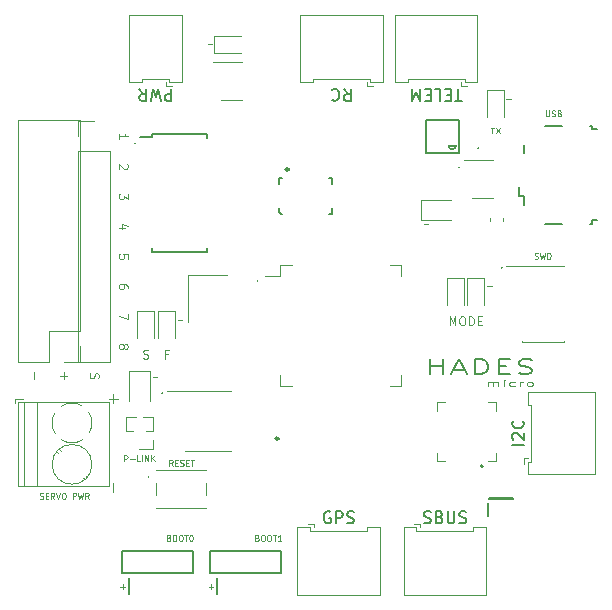
<source format=gbr>
G04 #@! TF.GenerationSoftware,KiCad,Pcbnew,(5.1.5)-3*
G04 #@! TF.CreationDate,2019-12-17T14:01:47+01:00*
G04 #@! TF.ProjectId,HadesMicroJLCPCB,48616465-734d-4696-9372-6f4a4c435043,rev?*
G04 #@! TF.SameCoordinates,Original*
G04 #@! TF.FileFunction,Legend,Top*
G04 #@! TF.FilePolarity,Positive*
%FSLAX46Y46*%
G04 Gerber Fmt 4.6, Leading zero omitted, Abs format (unit mm)*
G04 Created by KiCad (PCBNEW (5.1.5)-3) date 2019-12-17 14:01:47*
%MOMM*%
%LPD*%
G04 APERTURE LIST*
%ADD10C,0.100000*%
%ADD11C,0.093750*%
%ADD12C,0.200000*%
%ADD13C,0.150000*%
%ADD14C,0.120000*%
%ADD15C,0.254000*%
%ADD16C,0.203200*%
G04 APERTURE END LIST*
D10*
X60756847Y-30002990D02*
X61042561Y-30002990D01*
X60899704Y-30502990D02*
X60899704Y-30002990D01*
X61161609Y-30002990D02*
X61494942Y-30502990D01*
X61494942Y-30002990D02*
X61161609Y-30502990D01*
X28773428Y-53339952D02*
X28773428Y-52578047D01*
X29154380Y-52959000D02*
X28392476Y-52959000D01*
X65409047Y-28555190D02*
X65409047Y-28959952D01*
X65432857Y-29007571D01*
X65456666Y-29031380D01*
X65504285Y-29055190D01*
X65599523Y-29055190D01*
X65647142Y-29031380D01*
X65670952Y-29007571D01*
X65694761Y-28959952D01*
X65694761Y-28555190D01*
X65909047Y-29031380D02*
X65980476Y-29055190D01*
X66099523Y-29055190D01*
X66147142Y-29031380D01*
X66170952Y-29007571D01*
X66194761Y-28959952D01*
X66194761Y-28912333D01*
X66170952Y-28864714D01*
X66147142Y-28840904D01*
X66099523Y-28817095D01*
X66004285Y-28793285D01*
X65956666Y-28769476D01*
X65932857Y-28745666D01*
X65909047Y-28698047D01*
X65909047Y-28650428D01*
X65932857Y-28602809D01*
X65956666Y-28579000D01*
X66004285Y-28555190D01*
X66123333Y-28555190D01*
X66194761Y-28579000D01*
X66575714Y-28793285D02*
X66647142Y-28817095D01*
X66670952Y-28840904D01*
X66694761Y-28888523D01*
X66694761Y-28959952D01*
X66670952Y-29007571D01*
X66647142Y-29031380D01*
X66599523Y-29055190D01*
X66409047Y-29055190D01*
X66409047Y-28555190D01*
X66575714Y-28555190D01*
X66623333Y-28579000D01*
X66647142Y-28602809D01*
X66670952Y-28650428D01*
X66670952Y-28698047D01*
X66647142Y-28745666D01*
X66623333Y-28769476D01*
X66575714Y-28793285D01*
X66409047Y-28793285D01*
X22566571Y-61416380D02*
X22638000Y-61440190D01*
X22757047Y-61440190D01*
X22804666Y-61416380D01*
X22828476Y-61392571D01*
X22852285Y-61344952D01*
X22852285Y-61297333D01*
X22828476Y-61249714D01*
X22804666Y-61225904D01*
X22757047Y-61202095D01*
X22661809Y-61178285D01*
X22614190Y-61154476D01*
X22590380Y-61130666D01*
X22566571Y-61083047D01*
X22566571Y-61035428D01*
X22590380Y-60987809D01*
X22614190Y-60964000D01*
X22661809Y-60940190D01*
X22780857Y-60940190D01*
X22852285Y-60964000D01*
X23066571Y-61178285D02*
X23233238Y-61178285D01*
X23304666Y-61440190D02*
X23066571Y-61440190D01*
X23066571Y-60940190D01*
X23304666Y-60940190D01*
X23804666Y-61440190D02*
X23638000Y-61202095D01*
X23518952Y-61440190D02*
X23518952Y-60940190D01*
X23709428Y-60940190D01*
X23757047Y-60964000D01*
X23780857Y-60987809D01*
X23804666Y-61035428D01*
X23804666Y-61106857D01*
X23780857Y-61154476D01*
X23757047Y-61178285D01*
X23709428Y-61202095D01*
X23518952Y-61202095D01*
X23947523Y-60940190D02*
X24114190Y-61440190D01*
X24280857Y-60940190D01*
X24542761Y-60940190D02*
X24638000Y-60940190D01*
X24685619Y-60964000D01*
X24733238Y-61011619D01*
X24757047Y-61106857D01*
X24757047Y-61273523D01*
X24733238Y-61368761D01*
X24685619Y-61416380D01*
X24638000Y-61440190D01*
X24542761Y-61440190D01*
X24495142Y-61416380D01*
X24447523Y-61368761D01*
X24423714Y-61273523D01*
X24423714Y-61106857D01*
X24447523Y-61011619D01*
X24495142Y-60964000D01*
X24542761Y-60940190D01*
X25352285Y-61440190D02*
X25352285Y-60940190D01*
X25542761Y-60940190D01*
X25590380Y-60964000D01*
X25614190Y-60987809D01*
X25638000Y-61035428D01*
X25638000Y-61106857D01*
X25614190Y-61154476D01*
X25590380Y-61178285D01*
X25542761Y-61202095D01*
X25352285Y-61202095D01*
X25804666Y-60940190D02*
X25923714Y-61440190D01*
X26018952Y-61083047D01*
X26114190Y-61440190D01*
X26233238Y-60940190D01*
X26709428Y-61440190D02*
X26542761Y-61202095D01*
X26423714Y-61440190D02*
X26423714Y-60940190D01*
X26614190Y-60940190D01*
X26661809Y-60964000D01*
X26685619Y-60987809D01*
X26709428Y-61035428D01*
X26709428Y-61106857D01*
X26685619Y-61154476D01*
X26661809Y-61178285D01*
X26614190Y-61202095D01*
X26423714Y-61202095D01*
X29714190Y-58265190D02*
X29714190Y-57765190D01*
X29904666Y-57765190D01*
X29952285Y-57789000D01*
X29976095Y-57812809D01*
X29999904Y-57860428D01*
X29999904Y-57931857D01*
X29976095Y-57979476D01*
X29952285Y-58003285D01*
X29904666Y-58027095D01*
X29714190Y-58027095D01*
X30214190Y-58074714D02*
X30595142Y-58074714D01*
X31071333Y-58265190D02*
X30833238Y-58265190D01*
X30833238Y-57765190D01*
X31238000Y-58265190D02*
X31238000Y-57765190D01*
X31476095Y-58265190D02*
X31476095Y-57765190D01*
X31761809Y-58265190D01*
X31761809Y-57765190D01*
X31999904Y-58265190D02*
X31999904Y-57765190D01*
X32285619Y-58265190D02*
X32071333Y-57979476D01*
X32285619Y-57765190D02*
X31999904Y-58050904D01*
X64472428Y-41096380D02*
X64543857Y-41120190D01*
X64662904Y-41120190D01*
X64710523Y-41096380D01*
X64734333Y-41072571D01*
X64758142Y-41024952D01*
X64758142Y-40977333D01*
X64734333Y-40929714D01*
X64710523Y-40905904D01*
X64662904Y-40882095D01*
X64567666Y-40858285D01*
X64520047Y-40834476D01*
X64496238Y-40810666D01*
X64472428Y-40763047D01*
X64472428Y-40715428D01*
X64496238Y-40667809D01*
X64520047Y-40644000D01*
X64567666Y-40620190D01*
X64686714Y-40620190D01*
X64758142Y-40644000D01*
X64924809Y-40620190D02*
X65043857Y-41120190D01*
X65139095Y-40763047D01*
X65234333Y-41120190D01*
X65353380Y-40620190D01*
X65543857Y-41120190D02*
X65543857Y-40620190D01*
X65662904Y-40620190D01*
X65734333Y-40644000D01*
X65781952Y-40691619D01*
X65805761Y-40739238D01*
X65829571Y-40834476D01*
X65829571Y-40905904D01*
X65805761Y-41001142D01*
X65781952Y-41048761D01*
X65734333Y-41096380D01*
X65662904Y-41120190D01*
X65543857Y-41120190D01*
X33817809Y-58646190D02*
X33651142Y-58408095D01*
X33532095Y-58646190D02*
X33532095Y-58146190D01*
X33722571Y-58146190D01*
X33770190Y-58170000D01*
X33794000Y-58193809D01*
X33817809Y-58241428D01*
X33817809Y-58312857D01*
X33794000Y-58360476D01*
X33770190Y-58384285D01*
X33722571Y-58408095D01*
X33532095Y-58408095D01*
X34032095Y-58384285D02*
X34198761Y-58384285D01*
X34270190Y-58646190D02*
X34032095Y-58646190D01*
X34032095Y-58146190D01*
X34270190Y-58146190D01*
X34460666Y-58622380D02*
X34532095Y-58646190D01*
X34651142Y-58646190D01*
X34698761Y-58622380D01*
X34722571Y-58598571D01*
X34746380Y-58550952D01*
X34746380Y-58503333D01*
X34722571Y-58455714D01*
X34698761Y-58431904D01*
X34651142Y-58408095D01*
X34555904Y-58384285D01*
X34508285Y-58360476D01*
X34484476Y-58336666D01*
X34460666Y-58289047D01*
X34460666Y-58241428D01*
X34484476Y-58193809D01*
X34508285Y-58170000D01*
X34555904Y-58146190D01*
X34674952Y-58146190D01*
X34746380Y-58170000D01*
X34960666Y-58384285D02*
X35127333Y-58384285D01*
X35198761Y-58646190D02*
X34960666Y-58646190D01*
X34960666Y-58146190D01*
X35198761Y-58146190D01*
X35341619Y-58146190D02*
X35627333Y-58146190D01*
X35484476Y-58646190D02*
X35484476Y-58146190D01*
X36893523Y-68869714D02*
X37274476Y-68869714D01*
X37084000Y-69060190D02*
X37084000Y-68679238D01*
X29400523Y-68869714D02*
X29781476Y-68869714D01*
X29591000Y-69060190D02*
X29591000Y-68679238D01*
X40993333Y-64734285D02*
X41064761Y-64758095D01*
X41088571Y-64781904D01*
X41112380Y-64829523D01*
X41112380Y-64900952D01*
X41088571Y-64948571D01*
X41064761Y-64972380D01*
X41017142Y-64996190D01*
X40826666Y-64996190D01*
X40826666Y-64496190D01*
X40993333Y-64496190D01*
X41040952Y-64520000D01*
X41064761Y-64543809D01*
X41088571Y-64591428D01*
X41088571Y-64639047D01*
X41064761Y-64686666D01*
X41040952Y-64710476D01*
X40993333Y-64734285D01*
X40826666Y-64734285D01*
X41421904Y-64496190D02*
X41517142Y-64496190D01*
X41564761Y-64520000D01*
X41612380Y-64567619D01*
X41636190Y-64662857D01*
X41636190Y-64829523D01*
X41612380Y-64924761D01*
X41564761Y-64972380D01*
X41517142Y-64996190D01*
X41421904Y-64996190D01*
X41374285Y-64972380D01*
X41326666Y-64924761D01*
X41302857Y-64829523D01*
X41302857Y-64662857D01*
X41326666Y-64567619D01*
X41374285Y-64520000D01*
X41421904Y-64496190D01*
X41945714Y-64496190D02*
X42040952Y-64496190D01*
X42088571Y-64520000D01*
X42136190Y-64567619D01*
X42160000Y-64662857D01*
X42160000Y-64829523D01*
X42136190Y-64924761D01*
X42088571Y-64972380D01*
X42040952Y-64996190D01*
X41945714Y-64996190D01*
X41898095Y-64972380D01*
X41850476Y-64924761D01*
X41826666Y-64829523D01*
X41826666Y-64662857D01*
X41850476Y-64567619D01*
X41898095Y-64520000D01*
X41945714Y-64496190D01*
X42302857Y-64496190D02*
X42588571Y-64496190D01*
X42445714Y-64996190D02*
X42445714Y-64496190D01*
X43017142Y-64996190D02*
X42731428Y-64996190D01*
X42874285Y-64996190D02*
X42874285Y-64496190D01*
X42826666Y-64567619D01*
X42779047Y-64615238D01*
X42731428Y-64639047D01*
X33500333Y-64734285D02*
X33571761Y-64758095D01*
X33595571Y-64781904D01*
X33619380Y-64829523D01*
X33619380Y-64900952D01*
X33595571Y-64948571D01*
X33571761Y-64972380D01*
X33524142Y-64996190D01*
X33333666Y-64996190D01*
X33333666Y-64496190D01*
X33500333Y-64496190D01*
X33547952Y-64520000D01*
X33571761Y-64543809D01*
X33595571Y-64591428D01*
X33595571Y-64639047D01*
X33571761Y-64686666D01*
X33547952Y-64710476D01*
X33500333Y-64734285D01*
X33333666Y-64734285D01*
X33928904Y-64496190D02*
X34024142Y-64496190D01*
X34071761Y-64520000D01*
X34119380Y-64567619D01*
X34143190Y-64662857D01*
X34143190Y-64829523D01*
X34119380Y-64924761D01*
X34071761Y-64972380D01*
X34024142Y-64996190D01*
X33928904Y-64996190D01*
X33881285Y-64972380D01*
X33833666Y-64924761D01*
X33809857Y-64829523D01*
X33809857Y-64662857D01*
X33833666Y-64567619D01*
X33881285Y-64520000D01*
X33928904Y-64496190D01*
X34452714Y-64496190D02*
X34547952Y-64496190D01*
X34595571Y-64520000D01*
X34643190Y-64567619D01*
X34667000Y-64662857D01*
X34667000Y-64829523D01*
X34643190Y-64924761D01*
X34595571Y-64972380D01*
X34547952Y-64996190D01*
X34452714Y-64996190D01*
X34405095Y-64972380D01*
X34357476Y-64924761D01*
X34333666Y-64829523D01*
X34333666Y-64662857D01*
X34357476Y-64567619D01*
X34405095Y-64520000D01*
X34452714Y-64496190D01*
X34809857Y-64496190D02*
X35095571Y-64496190D01*
X34952714Y-64996190D02*
X34952714Y-64496190D01*
X35357476Y-64496190D02*
X35405095Y-64496190D01*
X35452714Y-64520000D01*
X35476523Y-64543809D01*
X35500333Y-64591428D01*
X35524142Y-64686666D01*
X35524142Y-64805714D01*
X35500333Y-64900952D01*
X35476523Y-64948571D01*
X35452714Y-64972380D01*
X35405095Y-64996190D01*
X35357476Y-64996190D01*
X35309857Y-64972380D01*
X35286047Y-64948571D01*
X35262238Y-64900952D01*
X35238428Y-64805714D01*
X35238428Y-64686666D01*
X35262238Y-64591428D01*
X35286047Y-64543809D01*
X35309857Y-64520000D01*
X35357476Y-64496190D01*
D11*
X60550657Y-51889790D02*
X60550657Y-51556457D01*
X60550657Y-51604076D02*
X60598276Y-51580266D01*
X60693514Y-51556457D01*
X60836371Y-51556457D01*
X60931609Y-51580266D01*
X60979228Y-51627885D01*
X60979228Y-51889790D01*
X60979228Y-51627885D02*
X61026847Y-51580266D01*
X61122085Y-51556457D01*
X61264942Y-51556457D01*
X61360180Y-51580266D01*
X61407800Y-51627885D01*
X61407800Y-51889790D01*
X61883990Y-51889790D02*
X61883990Y-51556457D01*
X61883990Y-51389790D02*
X61836371Y-51413600D01*
X61883990Y-51437409D01*
X61931609Y-51413600D01*
X61883990Y-51389790D01*
X61883990Y-51437409D01*
X62788752Y-51865980D02*
X62693514Y-51889790D01*
X62503038Y-51889790D01*
X62407800Y-51865980D01*
X62360180Y-51842171D01*
X62312561Y-51794552D01*
X62312561Y-51651695D01*
X62360180Y-51604076D01*
X62407800Y-51580266D01*
X62503038Y-51556457D01*
X62693514Y-51556457D01*
X62788752Y-51580266D01*
X63217323Y-51889790D02*
X63217323Y-51556457D01*
X63217323Y-51651695D02*
X63264942Y-51604076D01*
X63312561Y-51580266D01*
X63407800Y-51556457D01*
X63503038Y-51556457D01*
X63979228Y-51889790D02*
X63883990Y-51865980D01*
X63836371Y-51842171D01*
X63788752Y-51794552D01*
X63788752Y-51651695D01*
X63836371Y-51604076D01*
X63883990Y-51580266D01*
X63979228Y-51556457D01*
X64122085Y-51556457D01*
X64217323Y-51580266D01*
X64264942Y-51604076D01*
X64312561Y-51651695D01*
X64312561Y-51794552D01*
X64264942Y-51842171D01*
X64217323Y-51865980D01*
X64122085Y-51889790D01*
X63979228Y-51889790D01*
D12*
X55607485Y-50882876D02*
X55607485Y-49632876D01*
X55607485Y-50228114D02*
X56750342Y-50228114D01*
X56750342Y-50882876D02*
X56750342Y-49632876D01*
X57607485Y-50525733D02*
X58559866Y-50525733D01*
X57417009Y-50882876D02*
X58083676Y-49632876D01*
X58750342Y-50882876D01*
X59417009Y-50882876D02*
X59417009Y-49632876D01*
X59893200Y-49632876D01*
X60178914Y-49692400D01*
X60369390Y-49811447D01*
X60464628Y-49930495D01*
X60559866Y-50168590D01*
X60559866Y-50347161D01*
X60464628Y-50585257D01*
X60369390Y-50704304D01*
X60178914Y-50823352D01*
X59893200Y-50882876D01*
X59417009Y-50882876D01*
X61417009Y-50228114D02*
X62083676Y-50228114D01*
X62369390Y-50882876D02*
X61417009Y-50882876D01*
X61417009Y-49632876D01*
X62369390Y-49632876D01*
X63131295Y-50823352D02*
X63417009Y-50882876D01*
X63893200Y-50882876D01*
X64083676Y-50823352D01*
X64178914Y-50763828D01*
X64274152Y-50644780D01*
X64274152Y-50525733D01*
X64178914Y-50406685D01*
X64083676Y-50347161D01*
X63893200Y-50287638D01*
X63512247Y-50228114D01*
X63321771Y-50168590D01*
X63226533Y-50109066D01*
X63131295Y-49990019D01*
X63131295Y-49870971D01*
X63226533Y-49751923D01*
X63321771Y-49692400D01*
X63512247Y-49632876D01*
X63988438Y-49632876D01*
X64274152Y-49692400D01*
D10*
X22044428Y-50742885D02*
X22044428Y-51314314D01*
X24609828Y-50742885D02*
X24609828Y-51314314D01*
X24324114Y-51028600D02*
X24895542Y-51028600D01*
X26849028Y-50814314D02*
X26813314Y-50921457D01*
X26813314Y-51100028D01*
X26849028Y-51171457D01*
X26884742Y-51207171D01*
X26956171Y-51242885D01*
X27027600Y-51242885D01*
X27099028Y-51207171D01*
X27134742Y-51171457D01*
X27170457Y-51100028D01*
X27206171Y-50957171D01*
X27241885Y-50885742D01*
X27277600Y-50850028D01*
X27349028Y-50814314D01*
X27420457Y-50814314D01*
X27491885Y-50850028D01*
X27527600Y-50885742D01*
X27563314Y-50957171D01*
X27563314Y-51135742D01*
X27527600Y-51242885D01*
X28773428Y-60832952D02*
X28773428Y-60071047D01*
X60464723Y-43444314D02*
X60845676Y-43444314D01*
D13*
X58044996Y-33375600D02*
G75*
G03X58044996Y-33375600I-56796J0D01*
G01*
X59721396Y-31724600D02*
G75*
G03X59721396Y-31724600I-56796J0D01*
G01*
X30612996Y-31343600D02*
G75*
G03X30612996Y-31343600I-56796J0D01*
G01*
X61702596Y-41859200D02*
G75*
G03X61702596Y-41859200I-56796J0D01*
G01*
X32949796Y-52451000D02*
G75*
G03X32949796Y-52451000I-56796J0D01*
G01*
X41026996Y-43002200D02*
G75*
G03X41026996Y-43002200I-56796J0D01*
G01*
D10*
X36791923Y-22971914D02*
X37172876Y-22971914D01*
X55079923Y-38186514D02*
X55460876Y-38186514D01*
X62064923Y-27569314D02*
X62445876Y-27569314D01*
X32118323Y-51089714D02*
X32499276Y-51089714D01*
X34251923Y-46263714D02*
X34632876Y-46263714D01*
X30001714Y-45749400D02*
X30001714Y-46249400D01*
X29251714Y-45927971D01*
X30001714Y-43602257D02*
X30001714Y-43459400D01*
X29966000Y-43387971D01*
X29930285Y-43352257D01*
X29823142Y-43280828D01*
X29680285Y-43245114D01*
X29394571Y-43245114D01*
X29323142Y-43280828D01*
X29287428Y-43316542D01*
X29251714Y-43387971D01*
X29251714Y-43530828D01*
X29287428Y-43602257D01*
X29323142Y-43637971D01*
X29394571Y-43673685D01*
X29573142Y-43673685D01*
X29644571Y-43637971D01*
X29680285Y-43602257D01*
X29716000Y-43530828D01*
X29716000Y-43387971D01*
X29680285Y-43316542D01*
X29644571Y-43280828D01*
X29573142Y-43245114D01*
X30001714Y-41097971D02*
X30001714Y-40740828D01*
X29644571Y-40705114D01*
X29680285Y-40740828D01*
X29716000Y-40812257D01*
X29716000Y-40990828D01*
X29680285Y-41062257D01*
X29644571Y-41097971D01*
X29573142Y-41133685D01*
X29394571Y-41133685D01*
X29323142Y-41097971D01*
X29287428Y-41062257D01*
X29251714Y-40990828D01*
X29251714Y-40812257D01*
X29287428Y-40740828D01*
X29323142Y-40705114D01*
X29751714Y-38522257D02*
X29251714Y-38522257D01*
X30037428Y-38343685D02*
X29501714Y-38165114D01*
X29501714Y-38629400D01*
X30001714Y-35589400D02*
X30001714Y-36053685D01*
X29716000Y-35803685D01*
X29716000Y-35910828D01*
X29680285Y-35982257D01*
X29644571Y-36017971D01*
X29573142Y-36053685D01*
X29394571Y-36053685D01*
X29323142Y-36017971D01*
X29287428Y-35982257D01*
X29251714Y-35910828D01*
X29251714Y-35696542D01*
X29287428Y-35625114D01*
X29323142Y-35589400D01*
X29680285Y-48467971D02*
X29716000Y-48396542D01*
X29751714Y-48360828D01*
X29823142Y-48325114D01*
X29858857Y-48325114D01*
X29930285Y-48360828D01*
X29966000Y-48396542D01*
X30001714Y-48467971D01*
X30001714Y-48610828D01*
X29966000Y-48682257D01*
X29930285Y-48717971D01*
X29858857Y-48753685D01*
X29823142Y-48753685D01*
X29751714Y-48717971D01*
X29716000Y-48682257D01*
X29680285Y-48610828D01*
X29680285Y-48467971D01*
X29644571Y-48396542D01*
X29608857Y-48360828D01*
X29537428Y-48325114D01*
X29394571Y-48325114D01*
X29323142Y-48360828D01*
X29287428Y-48396542D01*
X29251714Y-48467971D01*
X29251714Y-48610828D01*
X29287428Y-48682257D01*
X29323142Y-48717971D01*
X29394571Y-48753685D01*
X29537428Y-48753685D01*
X29608857Y-48717971D01*
X29644571Y-48682257D01*
X29680285Y-48610828D01*
X29930285Y-33085114D02*
X29966000Y-33120828D01*
X30001714Y-33192257D01*
X30001714Y-33370828D01*
X29966000Y-33442257D01*
X29930285Y-33477971D01*
X29858857Y-33513685D01*
X29787428Y-33513685D01*
X29680285Y-33477971D01*
X29251714Y-33049400D01*
X29251714Y-33513685D01*
X29251714Y-30973685D02*
X29251714Y-30545114D01*
X29251714Y-30759400D02*
X30001714Y-30759400D01*
X29894571Y-30687971D01*
X29823142Y-30616542D01*
X29787428Y-30545114D01*
X57266057Y-46745085D02*
X57266057Y-45995085D01*
X57516057Y-46530800D01*
X57766057Y-45995085D01*
X57766057Y-46745085D01*
X58266057Y-45995085D02*
X58408914Y-45995085D01*
X58480342Y-46030800D01*
X58551771Y-46102228D01*
X58587485Y-46245085D01*
X58587485Y-46495085D01*
X58551771Y-46637942D01*
X58480342Y-46709371D01*
X58408914Y-46745085D01*
X58266057Y-46745085D01*
X58194628Y-46709371D01*
X58123200Y-46637942D01*
X58087485Y-46495085D01*
X58087485Y-46245085D01*
X58123200Y-46102228D01*
X58194628Y-46030800D01*
X58266057Y-45995085D01*
X58908914Y-46745085D02*
X58908914Y-45995085D01*
X59087485Y-45995085D01*
X59194628Y-46030800D01*
X59266057Y-46102228D01*
X59301771Y-46173657D01*
X59337485Y-46316514D01*
X59337485Y-46423657D01*
X59301771Y-46566514D01*
X59266057Y-46637942D01*
X59194628Y-46709371D01*
X59087485Y-46745085D01*
X58908914Y-46745085D01*
X59658914Y-46352228D02*
X59908914Y-46352228D01*
X60016057Y-46745085D02*
X59658914Y-46745085D01*
X59658914Y-45995085D01*
X60016057Y-45995085D01*
X33406542Y-49171628D02*
X33156542Y-49171628D01*
X33156542Y-49564485D02*
X33156542Y-48814485D01*
X33513685Y-48814485D01*
X31332514Y-49528771D02*
X31439657Y-49564485D01*
X31618228Y-49564485D01*
X31689657Y-49528771D01*
X31725371Y-49493057D01*
X31761085Y-49421628D01*
X31761085Y-49350200D01*
X31725371Y-49278771D01*
X31689657Y-49243057D01*
X31618228Y-49207342D01*
X31475371Y-49171628D01*
X31403942Y-49135914D01*
X31368228Y-49100200D01*
X31332514Y-49028771D01*
X31332514Y-48957342D01*
X31368228Y-48885914D01*
X31403942Y-48850200D01*
X31475371Y-48814485D01*
X31653942Y-48814485D01*
X31761085Y-48850200D01*
D13*
X32092000Y-30585000D02*
X32092000Y-30810000D01*
X36742000Y-30585000D02*
X36742000Y-30910000D01*
X36742000Y-40535000D02*
X36742000Y-40210000D01*
X32092000Y-40535000D02*
X32092000Y-40210000D01*
X32092000Y-30585000D02*
X36742000Y-30585000D01*
X32092000Y-40535000D02*
X36742000Y-40535000D01*
X32092000Y-30810000D02*
X31017000Y-30810000D01*
D10*
X56899400Y-53278400D02*
X56199400Y-53278400D01*
X56199400Y-53278400D02*
X56199400Y-53978400D01*
X56199400Y-57578400D02*
X56199400Y-58278400D01*
X56199400Y-58278400D02*
X56899400Y-58278400D01*
X60499400Y-58278400D02*
X61199400Y-58278400D01*
X61199400Y-58278400D02*
X61199400Y-57578400D01*
X60499400Y-53278400D02*
X61199400Y-53278400D01*
X61199400Y-53278400D02*
X61199400Y-53978400D01*
D12*
X59899400Y-58678400D02*
X59899400Y-58678400D01*
X60099400Y-58678400D02*
X60099400Y-58678400D01*
X60099400Y-58678400D02*
G75*
G02X59899400Y-58678400I-100000J0D01*
G01*
X59899400Y-58678400D02*
G75*
G02X60099400Y-58678400I100000J0D01*
G01*
D14*
X52210800Y-51865400D02*
X53160800Y-51865400D01*
X53160800Y-51865400D02*
X53160800Y-50915400D01*
X43890800Y-51865400D02*
X42940800Y-51865400D01*
X42940800Y-51865400D02*
X42940800Y-50915400D01*
X52210800Y-41645400D02*
X53160800Y-41645400D01*
X53160800Y-41645400D02*
X53160800Y-42595400D01*
X43890800Y-41645400D02*
X42940800Y-41645400D01*
X42940800Y-41645400D02*
X42940800Y-42595400D01*
X42940800Y-42595400D02*
X41600800Y-42595400D01*
X20498400Y-52966400D02*
X20498400Y-53366400D01*
X21138400Y-52966400D02*
X20498400Y-52966400D01*
X24357400Y-57371400D02*
X24229400Y-57242400D01*
X26573400Y-59586400D02*
X26479400Y-59492400D01*
X24117400Y-57541400D02*
X24024400Y-57447400D01*
X26367400Y-59791400D02*
X26239400Y-59662400D01*
X28458400Y-60326400D02*
X20738400Y-60326400D01*
X28458400Y-53206400D02*
X20738400Y-53206400D01*
X20738400Y-53206400D02*
X20738400Y-60326400D01*
X28458400Y-53206400D02*
X28458400Y-60326400D01*
X22298400Y-53206400D02*
X22298400Y-60326400D01*
X21198400Y-53206400D02*
X21198400Y-60326400D01*
X26978400Y-58516400D02*
G75*
G03X26978400Y-58516400I-1680000J0D01*
G01*
X23618301Y-55045074D02*
G75*
G02X23858400Y-54150400I1680099J28674D01*
G01*
X24408506Y-53591042D02*
G75*
G02X26164400Y-53576400I889894J-1425358D01*
G01*
X26723758Y-54126506D02*
G75*
G02X26738400Y-55882400I-1425358J-889894D01*
G01*
X26188593Y-56441905D02*
G75*
G02X24407400Y-56441400I-890193J1425505D01*
G01*
X23873679Y-55906664D02*
G75*
G02X23618400Y-55016400I1424721J890264D01*
G01*
D12*
X30112000Y-69502000D02*
X30112000Y-68102000D01*
X35512000Y-67752000D02*
X29512000Y-67752000D01*
X35512000Y-65852000D02*
X35512000Y-67752000D01*
X29512000Y-65852000D02*
X35512000Y-65852000D01*
X29512000Y-67752000D02*
X29512000Y-65852000D01*
X37000000Y-67752000D02*
X37000000Y-65852000D01*
X37000000Y-65852000D02*
X43000000Y-65852000D01*
X43000000Y-65852000D02*
X43000000Y-67752000D01*
X43000000Y-67752000D02*
X37000000Y-67752000D01*
X37600000Y-69502000D02*
X37600000Y-68102000D01*
D14*
X31863400Y-50612200D02*
X31863400Y-53162200D01*
X30163400Y-50612200D02*
X30163400Y-53162200D01*
X31863400Y-50612200D02*
X30163400Y-50612200D01*
X58520000Y-45021300D02*
X58520000Y-42736300D01*
X58520000Y-42736300D02*
X57050000Y-42736300D01*
X57050000Y-42736300D02*
X57050000Y-45021300D01*
X58751800Y-42736300D02*
X58751800Y-45021300D01*
X60221800Y-42736300D02*
X58751800Y-42736300D01*
X60221800Y-45021300D02*
X60221800Y-42736300D01*
X32564400Y-45555700D02*
X32564400Y-47840700D01*
X34034400Y-45555700D02*
X32564400Y-45555700D01*
X34034400Y-47840700D02*
X34034400Y-45555700D01*
X32281800Y-47840700D02*
X32281800Y-45555700D01*
X32281800Y-45555700D02*
X30811800Y-45555700D01*
X30811800Y-45555700D02*
X30811800Y-47840700D01*
X54828600Y-36157800D02*
X54828600Y-37857800D01*
X54828600Y-37857800D02*
X57378600Y-37857800D01*
X54828600Y-36157800D02*
X57378600Y-36157800D01*
X61872800Y-29146300D02*
X61872800Y-26861300D01*
X61872800Y-26861300D02*
X60402800Y-26861300D01*
X60402800Y-26861300D02*
X60402800Y-29146300D01*
X60729400Y-37958079D02*
X60729400Y-37632521D01*
X61749400Y-37958079D02*
X61749400Y-37632521D01*
D15*
X42790800Y-56348800D02*
G75*
G03X42790800Y-56348800I-125000J0D01*
G01*
D14*
X45750000Y-63850000D02*
X45750000Y-63550000D01*
X45750000Y-63550000D02*
X45250000Y-63550000D01*
X47875000Y-64140000D02*
X45460000Y-64140000D01*
X45460000Y-64140000D02*
X45460000Y-63840000D01*
X45460000Y-63840000D02*
X44390000Y-63840000D01*
X44390000Y-63840000D02*
X44390000Y-69560000D01*
X44390000Y-69560000D02*
X47875000Y-69560000D01*
X47875000Y-64140000D02*
X50290000Y-64140000D01*
X50290000Y-64140000D02*
X50290000Y-63840000D01*
X50290000Y-63840000D02*
X51360000Y-63840000D01*
X51360000Y-63840000D02*
X51360000Y-69560000D01*
X51360000Y-69560000D02*
X47875000Y-69560000D01*
X38392000Y-42493000D02*
X35092000Y-42493000D01*
X35092000Y-42493000D02*
X35092000Y-46493000D01*
X69610800Y-52395400D02*
X69610800Y-55880400D01*
X63890800Y-52395400D02*
X69610800Y-52395400D01*
X63890800Y-53465400D02*
X63890800Y-52395400D01*
X64190800Y-53465400D02*
X63890800Y-53465400D01*
X64190800Y-55880400D02*
X64190800Y-53465400D01*
X69610800Y-59365400D02*
X69610800Y-55880400D01*
X63890800Y-59365400D02*
X69610800Y-59365400D01*
X63890800Y-58295400D02*
X63890800Y-59365400D01*
X64190800Y-58295400D02*
X63890800Y-58295400D01*
X64190800Y-55880400D02*
X64190800Y-58295400D01*
X63600800Y-58005400D02*
X63600800Y-58505400D01*
X63900800Y-58005400D02*
X63600800Y-58005400D01*
D12*
X43050800Y-37314000D02*
X43000800Y-37314000D01*
X43000800Y-37314000D02*
X42800800Y-37114000D01*
X42800800Y-37114000D02*
X42800800Y-36814000D01*
X43050800Y-34314000D02*
X42800800Y-34314000D01*
X42800800Y-34314000D02*
X42800800Y-34814000D01*
X47050800Y-37314000D02*
X47300800Y-37314000D01*
X47300800Y-37314000D02*
X47300800Y-36814000D01*
X47050800Y-34314000D02*
X47300800Y-34314000D01*
X47300800Y-34314000D02*
X47300800Y-34814000D01*
D15*
X43646800Y-33554000D02*
G75*
G03X43646800Y-33554000I-125000J0D01*
G01*
D14*
X32123400Y-54473800D02*
X31320930Y-54473800D01*
X30705870Y-54473800D02*
X29903400Y-54473800D01*
X32123400Y-55678800D02*
X32123400Y-54473800D01*
X29903400Y-55678800D02*
X29903400Y-54473800D01*
X32123400Y-55678800D02*
X31576871Y-55678800D01*
X30449929Y-55678800D02*
X29903400Y-55678800D01*
X32123400Y-56438800D02*
X32123400Y-57198800D01*
X32123400Y-57198800D02*
X31013400Y-57198800D01*
X25968000Y-29404000D02*
X20768000Y-29404000D01*
X25968000Y-47244000D02*
X25968000Y-29404000D01*
X20768000Y-49844000D02*
X20768000Y-29404000D01*
X25968000Y-47244000D02*
X23368000Y-47244000D01*
X23368000Y-47244000D02*
X23368000Y-49844000D01*
X23368000Y-49844000D02*
X20768000Y-49844000D01*
X25968000Y-48514000D02*
X25968000Y-49844000D01*
X25968000Y-49844000D02*
X24638000Y-49844000D01*
X25848000Y-49869400D02*
X28508000Y-49869400D01*
X25848000Y-32029400D02*
X25848000Y-49869400D01*
X28508000Y-32029400D02*
X28508000Y-49869400D01*
X25848000Y-32029400D02*
X28508000Y-32029400D01*
X25848000Y-30759400D02*
X25848000Y-29429400D01*
X25848000Y-29429400D02*
X27178000Y-29429400D01*
X37351500Y-23722000D02*
X39636500Y-23722000D01*
X37351500Y-22252000D02*
X37351500Y-23722000D01*
X39636500Y-22252000D02*
X37351500Y-22252000D01*
X50250000Y-26150000D02*
X50250000Y-26450000D01*
X50250000Y-26450000D02*
X50750000Y-26450000D01*
X48125000Y-25860000D02*
X50540000Y-25860000D01*
X50540000Y-25860000D02*
X50540000Y-26160000D01*
X50540000Y-26160000D02*
X51610000Y-26160000D01*
X51610000Y-26160000D02*
X51610000Y-20440000D01*
X51610000Y-20440000D02*
X48125000Y-20440000D01*
X48125000Y-25860000D02*
X45710000Y-25860000D01*
X45710000Y-25860000D02*
X45710000Y-26160000D01*
X45710000Y-26160000D02*
X44640000Y-26160000D01*
X44640000Y-26160000D02*
X44640000Y-20440000D01*
X44640000Y-20440000D02*
X48125000Y-20440000D01*
D10*
X32442000Y-58979000D02*
X36642000Y-58979000D01*
X32442000Y-62179000D02*
X36642000Y-62179000D01*
X32442000Y-60079000D02*
X32442000Y-61079000D01*
X36642000Y-60079000D02*
X36642000Y-61079000D01*
X31742000Y-59479000D02*
X31742000Y-59479000D01*
X31742000Y-59579000D02*
X31742000Y-59579000D01*
X31742000Y-59579000D02*
G75*
G03X31742000Y-59479000I0J50000D01*
G01*
X31742000Y-59479000D02*
G75*
G03X31742000Y-59579000I0J-50000D01*
G01*
D14*
X54750000Y-63850000D02*
X54750000Y-63550000D01*
X54750000Y-63550000D02*
X54250000Y-63550000D01*
X56875000Y-64140000D02*
X54460000Y-64140000D01*
X54460000Y-64140000D02*
X54460000Y-63840000D01*
X54460000Y-63840000D02*
X53390000Y-63840000D01*
X53390000Y-63840000D02*
X53390000Y-69560000D01*
X53390000Y-69560000D02*
X56875000Y-69560000D01*
X56875000Y-64140000D02*
X59290000Y-64140000D01*
X59290000Y-64140000D02*
X59290000Y-63840000D01*
X59290000Y-63840000D02*
X60360000Y-63840000D01*
X60360000Y-63840000D02*
X60360000Y-69560000D01*
X60360000Y-69560000D02*
X56875000Y-69560000D01*
X63386000Y-41697600D02*
X66916000Y-41697600D01*
X63386000Y-48167600D02*
X66916000Y-48167600D01*
X62061000Y-41762600D02*
X63386000Y-41762600D01*
X63386000Y-41697600D02*
X63386000Y-41762600D01*
X66916000Y-41697600D02*
X66916000Y-41762600D01*
X63386000Y-48102600D02*
X63386000Y-48167600D01*
X66916000Y-48102600D02*
X66916000Y-48167600D01*
X52640000Y-20440000D02*
X56125000Y-20440000D01*
X52640000Y-26160000D02*
X52640000Y-20440000D01*
X53710000Y-26160000D02*
X52640000Y-26160000D01*
X53710000Y-25860000D02*
X53710000Y-26160000D01*
X56125000Y-25860000D02*
X53710000Y-25860000D01*
X59610000Y-20440000D02*
X56125000Y-20440000D01*
X59610000Y-26160000D02*
X59610000Y-20440000D01*
X58540000Y-26160000D02*
X59610000Y-26160000D01*
X58540000Y-25860000D02*
X58540000Y-26160000D01*
X56125000Y-25860000D02*
X58540000Y-25860000D01*
X58250000Y-26450000D02*
X58750000Y-26450000D01*
X58250000Y-26150000D02*
X58250000Y-26450000D01*
X37878000Y-27645000D02*
X39678000Y-27645000D01*
X39678000Y-24425000D02*
X37228000Y-24425000D01*
X36830000Y-57424000D02*
X38780000Y-57424000D01*
X36830000Y-57424000D02*
X34880000Y-57424000D01*
X36830000Y-52304000D02*
X38780000Y-52304000D01*
X36830000Y-52304000D02*
X33380000Y-52304000D01*
X59163200Y-35950800D02*
X60963200Y-35950800D01*
X60963200Y-32730800D02*
X58513200Y-32730800D01*
D12*
X60570000Y-61482000D02*
X60570000Y-61332000D01*
X60570000Y-61332000D02*
X62620000Y-61332000D01*
X62620000Y-61332000D02*
X62620000Y-61482000D01*
X62620000Y-61482000D02*
X60570000Y-61482000D01*
X60495000Y-62882000D02*
X60495000Y-61832000D01*
D16*
X55292800Y-32134000D02*
X55292800Y-29334000D01*
X55292800Y-29334000D02*
X58092800Y-29334000D01*
X58092800Y-29334000D02*
X58092800Y-32134000D01*
X58092800Y-32134000D02*
X55292800Y-32134000D01*
X57792800Y-31534000D02*
G75*
G02X57192800Y-31534000I-300000J0D01*
G01*
X57192800Y-31534000D02*
X57792800Y-31534000D01*
D13*
X65350000Y-38150000D02*
X66750000Y-38150000D01*
X69150000Y-38150000D02*
X69300000Y-38150000D01*
X69300000Y-38150000D02*
X69300000Y-37850000D01*
X69300000Y-37850000D02*
X69750000Y-37850000D01*
X69750000Y-30150000D02*
X69300000Y-30150000D01*
X69300000Y-30150000D02*
X69300000Y-29850000D01*
X69300000Y-29850000D02*
X69150000Y-29850000D01*
X66750000Y-29850000D02*
X65350000Y-29850000D01*
X63175000Y-35075000D02*
X63175000Y-35800000D01*
X63175000Y-35800000D02*
X63600000Y-35800000D01*
X63600000Y-35800000D02*
X63600000Y-36525000D01*
X63600000Y-32200000D02*
X63600000Y-31475000D01*
D14*
X33250000Y-26150000D02*
X33250000Y-26450000D01*
X33250000Y-26450000D02*
X33750000Y-26450000D01*
X32375000Y-25860000D02*
X33540000Y-25860000D01*
X33540000Y-25860000D02*
X33540000Y-26160000D01*
X33540000Y-26160000D02*
X34610000Y-26160000D01*
X34610000Y-26160000D02*
X34610000Y-20440000D01*
X34610000Y-20440000D02*
X32375000Y-20440000D01*
X32375000Y-25860000D02*
X31210000Y-25860000D01*
X31210000Y-25860000D02*
X31210000Y-26160000D01*
X31210000Y-26160000D02*
X30140000Y-26160000D01*
X30140000Y-26160000D02*
X30140000Y-20440000D01*
X30140000Y-20440000D02*
X32375000Y-20440000D01*
D13*
X47165714Y-62550000D02*
X47070476Y-62502380D01*
X46927619Y-62502380D01*
X46784761Y-62550000D01*
X46689523Y-62645238D01*
X46641904Y-62740476D01*
X46594285Y-62930952D01*
X46594285Y-63073809D01*
X46641904Y-63264285D01*
X46689523Y-63359523D01*
X46784761Y-63454761D01*
X46927619Y-63502380D01*
X47022857Y-63502380D01*
X47165714Y-63454761D01*
X47213333Y-63407142D01*
X47213333Y-63073809D01*
X47022857Y-63073809D01*
X47641904Y-63502380D02*
X47641904Y-62502380D01*
X48022857Y-62502380D01*
X48118095Y-62550000D01*
X48165714Y-62597619D01*
X48213333Y-62692857D01*
X48213333Y-62835714D01*
X48165714Y-62930952D01*
X48118095Y-62978571D01*
X48022857Y-63026190D01*
X47641904Y-63026190D01*
X48594285Y-63454761D02*
X48737142Y-63502380D01*
X48975238Y-63502380D01*
X49070476Y-63454761D01*
X49118095Y-63407142D01*
X49165714Y-63311904D01*
X49165714Y-63216666D01*
X49118095Y-63121428D01*
X49070476Y-63073809D01*
X48975238Y-63026190D01*
X48784761Y-62978571D01*
X48689523Y-62930952D01*
X48641904Y-62883333D01*
X48594285Y-62788095D01*
X48594285Y-62692857D01*
X48641904Y-62597619D01*
X48689523Y-62550000D01*
X48784761Y-62502380D01*
X49022857Y-62502380D01*
X49165714Y-62550000D01*
X63553180Y-56851590D02*
X62553180Y-56851590D01*
X62648419Y-56423019D02*
X62600800Y-56375400D01*
X62553180Y-56280161D01*
X62553180Y-56042066D01*
X62600800Y-55946828D01*
X62648419Y-55899209D01*
X62743657Y-55851590D01*
X62838895Y-55851590D01*
X62981752Y-55899209D01*
X63553180Y-56470638D01*
X63553180Y-55851590D01*
X63457942Y-54851590D02*
X63505561Y-54899209D01*
X63553180Y-55042066D01*
X63553180Y-55137304D01*
X63505561Y-55280161D01*
X63410323Y-55375400D01*
X63315085Y-55423019D01*
X63124609Y-55470638D01*
X62981752Y-55470638D01*
X62791276Y-55423019D01*
X62696038Y-55375400D01*
X62600800Y-55280161D01*
X62553180Y-55137304D01*
X62553180Y-55042066D01*
X62600800Y-54899209D01*
X62648419Y-54851590D01*
X48310476Y-26725619D02*
X48643809Y-27201809D01*
X48881904Y-26725619D02*
X48881904Y-27725619D01*
X48500952Y-27725619D01*
X48405714Y-27678000D01*
X48358095Y-27630380D01*
X48310476Y-27535142D01*
X48310476Y-27392285D01*
X48358095Y-27297047D01*
X48405714Y-27249428D01*
X48500952Y-27201809D01*
X48881904Y-27201809D01*
X47310476Y-26820857D02*
X47358095Y-26773238D01*
X47500952Y-26725619D01*
X47596190Y-26725619D01*
X47739047Y-26773238D01*
X47834285Y-26868476D01*
X47881904Y-26963714D01*
X47929523Y-27154190D01*
X47929523Y-27297047D01*
X47881904Y-27487523D01*
X47834285Y-27582761D01*
X47739047Y-27678000D01*
X47596190Y-27725619D01*
X47500952Y-27725619D01*
X47358095Y-27678000D01*
X47310476Y-27630380D01*
X55094285Y-63454761D02*
X55237142Y-63502380D01*
X55475238Y-63502380D01*
X55570476Y-63454761D01*
X55618095Y-63407142D01*
X55665714Y-63311904D01*
X55665714Y-63216666D01*
X55618095Y-63121428D01*
X55570476Y-63073809D01*
X55475238Y-63026190D01*
X55284761Y-62978571D01*
X55189523Y-62930952D01*
X55141904Y-62883333D01*
X55094285Y-62788095D01*
X55094285Y-62692857D01*
X55141904Y-62597619D01*
X55189523Y-62550000D01*
X55284761Y-62502380D01*
X55522857Y-62502380D01*
X55665714Y-62550000D01*
X56427619Y-62978571D02*
X56570476Y-63026190D01*
X56618095Y-63073809D01*
X56665714Y-63169047D01*
X56665714Y-63311904D01*
X56618095Y-63407142D01*
X56570476Y-63454761D01*
X56475238Y-63502380D01*
X56094285Y-63502380D01*
X56094285Y-62502380D01*
X56427619Y-62502380D01*
X56522857Y-62550000D01*
X56570476Y-62597619D01*
X56618095Y-62692857D01*
X56618095Y-62788095D01*
X56570476Y-62883333D01*
X56522857Y-62930952D01*
X56427619Y-62978571D01*
X56094285Y-62978571D01*
X57094285Y-62502380D02*
X57094285Y-63311904D01*
X57141904Y-63407142D01*
X57189523Y-63454761D01*
X57284761Y-63502380D01*
X57475238Y-63502380D01*
X57570476Y-63454761D01*
X57618095Y-63407142D01*
X57665714Y-63311904D01*
X57665714Y-62502380D01*
X58094285Y-63454761D02*
X58237142Y-63502380D01*
X58475238Y-63502380D01*
X58570476Y-63454761D01*
X58618095Y-63407142D01*
X58665714Y-63311904D01*
X58665714Y-63216666D01*
X58618095Y-63121428D01*
X58570476Y-63073809D01*
X58475238Y-63026190D01*
X58284761Y-62978571D01*
X58189523Y-62930952D01*
X58141904Y-62883333D01*
X58094285Y-62788095D01*
X58094285Y-62692857D01*
X58141904Y-62597619D01*
X58189523Y-62550000D01*
X58284761Y-62502380D01*
X58522857Y-62502380D01*
X58665714Y-62550000D01*
X58300666Y-27725619D02*
X57729238Y-27725619D01*
X58014952Y-26725619D02*
X58014952Y-27725619D01*
X57395904Y-27249428D02*
X57062571Y-27249428D01*
X56919714Y-26725619D02*
X57395904Y-26725619D01*
X57395904Y-27725619D01*
X56919714Y-27725619D01*
X56014952Y-26725619D02*
X56491142Y-26725619D01*
X56491142Y-27725619D01*
X55681619Y-27249428D02*
X55348285Y-27249428D01*
X55205428Y-26725619D02*
X55681619Y-26725619D01*
X55681619Y-27725619D01*
X55205428Y-27725619D01*
X54776857Y-26725619D02*
X54776857Y-27725619D01*
X54443523Y-27011333D01*
X54110190Y-27725619D01*
X54110190Y-26725619D01*
X33713333Y-26725619D02*
X33713333Y-27725619D01*
X33332380Y-27725619D01*
X33237142Y-27678000D01*
X33189523Y-27630380D01*
X33141904Y-27535142D01*
X33141904Y-27392285D01*
X33189523Y-27297047D01*
X33237142Y-27249428D01*
X33332380Y-27201809D01*
X33713333Y-27201809D01*
X32808571Y-27725619D02*
X32570476Y-26725619D01*
X32380000Y-27439904D01*
X32189523Y-26725619D01*
X31951428Y-27725619D01*
X30999047Y-26725619D02*
X31332380Y-27201809D01*
X31570476Y-26725619D02*
X31570476Y-27725619D01*
X31189523Y-27725619D01*
X31094285Y-27678000D01*
X31046666Y-27630380D01*
X30999047Y-27535142D01*
X30999047Y-27392285D01*
X31046666Y-27297047D01*
X31094285Y-27249428D01*
X31189523Y-27201809D01*
X31570476Y-27201809D01*
M02*

</source>
